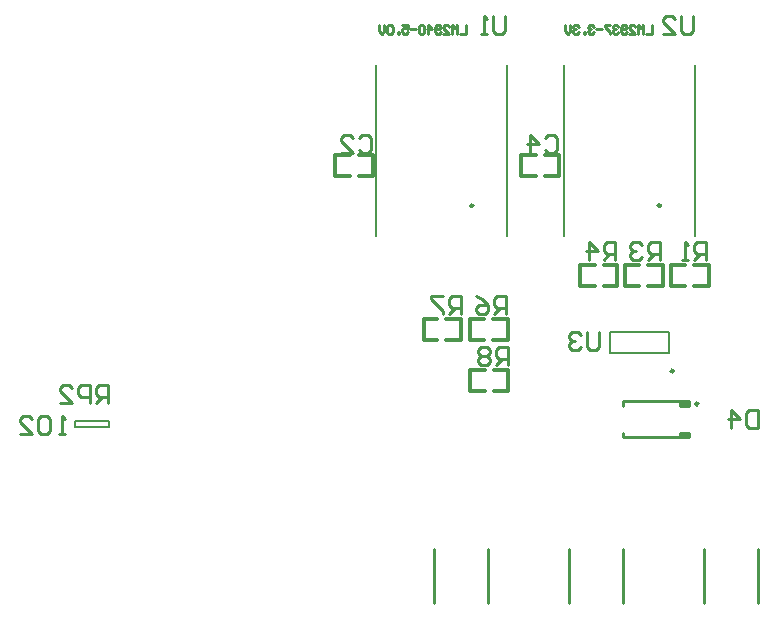
<source format=gbo>
G04*
G04 #@! TF.GenerationSoftware,Altium Limited,Altium Designer,18.1.4 (159)*
G04*
G04 Layer_Color=32896*
%FSLAX24Y24*%
%MOIN*%
G70*
G01*
G75*
%ADD10C,0.0079*%
%ADD11C,0.0100*%
%ADD14C,0.0120*%
%ADD53C,0.0098*%
D10*
X13880Y7150D02*
X15030D01*
X13880D02*
Y7350D01*
X15030D01*
Y7150D02*
Y7350D01*
X23924Y13513D02*
Y19202D01*
X28294Y13513D02*
Y19202D01*
X30174Y13513D02*
Y19202D01*
X34544Y13513D02*
Y19202D01*
X31716Y9596D02*
X33684D01*
X31716Y10304D02*
X33684D01*
Y9596D02*
Y10304D01*
X31716Y9596D02*
Y10304D01*
D11*
X34658Y7912D02*
G03*
X34658Y7912I-50J0D01*
G01*
X32150Y1279D02*
Y3079D01*
X30350Y1279D02*
X30350Y3079D01*
X36650Y1279D02*
Y3079D01*
X34850Y1279D02*
X34850Y3079D01*
X27650Y1279D02*
Y3079D01*
X25850Y1279D02*
X25850Y3079D01*
X34037Y6947D02*
X34352D01*
X34037Y6809D02*
Y6947D01*
X34116Y6809D02*
Y6947D01*
X34195Y6809D02*
Y6947D01*
X34274Y6809D02*
Y6947D01*
X34037Y7853D02*
X34352D01*
X34037D02*
Y7991D01*
X34116Y7853D02*
Y7991D01*
X34195Y7853D02*
Y7991D01*
X34274Y7853D02*
Y7991D01*
X32148Y6809D02*
Y6947D01*
Y6809D02*
X34352D01*
Y6947D01*
X32148Y7853D02*
Y7991D01*
X34352D01*
Y7853D02*
Y7991D01*
X31350Y10300D02*
Y9800D01*
X31250Y9700D01*
X31050D01*
X30950Y9800D01*
Y10300D01*
X30750Y10200D02*
X30650Y10300D01*
X30450D01*
X30350Y10200D01*
Y10100D01*
X30450Y10000D01*
X30550D01*
X30450D01*
X30350Y9900D01*
Y9800D01*
X30450Y9700D01*
X30650D01*
X30750Y9800D01*
X34480Y20850D02*
Y20350D01*
X34380Y20250D01*
X34180D01*
X34080Y20350D01*
Y20850D01*
X33480Y20250D02*
X33880D01*
X33480Y20650D01*
Y20750D01*
X33580Y20850D01*
X33780D01*
X33880Y20750D01*
X33100Y20526D02*
Y20250D01*
X32916D01*
X32824D02*
Y20526D01*
X32733Y20434D01*
X32641Y20526D01*
Y20250D01*
X32365D02*
X32549D01*
X32365Y20434D01*
Y20480D01*
X32411Y20526D01*
X32503D01*
X32549Y20480D01*
X32273Y20296D02*
X32228Y20250D01*
X32136D01*
X32090Y20296D01*
Y20480D01*
X32136Y20526D01*
X32228D01*
X32273Y20480D01*
Y20434D01*
X32228Y20388D01*
X32090D01*
X31998Y20480D02*
X31952Y20526D01*
X31860D01*
X31814Y20480D01*
Y20434D01*
X31860Y20388D01*
X31906D01*
X31860D01*
X31814Y20342D01*
Y20296D01*
X31860Y20250D01*
X31952D01*
X31998Y20296D01*
X31722Y20526D02*
X31539D01*
Y20480D01*
X31722Y20296D01*
Y20250D01*
X31447Y20388D02*
X31263D01*
X31171Y20480D02*
X31126Y20526D01*
X31034D01*
X30988Y20480D01*
Y20434D01*
X31034Y20388D01*
X31080D01*
X31034D01*
X30988Y20342D01*
Y20296D01*
X31034Y20250D01*
X31126D01*
X31171Y20296D01*
X30896Y20250D02*
Y20296D01*
X30850D01*
Y20250D01*
X30896D01*
X30666Y20480D02*
X30620Y20526D01*
X30529D01*
X30483Y20480D01*
Y20434D01*
X30529Y20388D01*
X30575D01*
X30529D01*
X30483Y20342D01*
Y20296D01*
X30529Y20250D01*
X30620D01*
X30666Y20296D01*
X30391Y20526D02*
Y20342D01*
X30299Y20250D01*
X30207Y20342D01*
Y20526D01*
X28230Y20850D02*
Y20350D01*
X28130Y20250D01*
X27930D01*
X27830Y20350D01*
Y20850D01*
X27630Y20250D02*
X27430D01*
X27530D01*
Y20850D01*
X27630Y20750D01*
X26900Y20526D02*
Y20250D01*
X26716D01*
X26625D02*
Y20526D01*
X26533Y20434D01*
X26441Y20526D01*
Y20250D01*
X26165D02*
X26349D01*
X26165Y20434D01*
Y20480D01*
X26211Y20526D01*
X26303D01*
X26349Y20480D01*
X26073Y20296D02*
X26028Y20250D01*
X25936D01*
X25890Y20296D01*
Y20480D01*
X25936Y20526D01*
X26028D01*
X26073Y20480D01*
Y20434D01*
X26028Y20388D01*
X25890D01*
X25660Y20250D02*
Y20526D01*
X25798Y20388D01*
X25614D01*
X25522Y20480D02*
X25477Y20526D01*
X25385D01*
X25339Y20480D01*
Y20296D01*
X25385Y20250D01*
X25477D01*
X25522Y20296D01*
Y20480D01*
X25247Y20388D02*
X25063D01*
X24788Y20526D02*
X24971D01*
Y20388D01*
X24880Y20434D01*
X24834D01*
X24788Y20388D01*
Y20296D01*
X24834Y20250D01*
X24926D01*
X24971Y20296D01*
X24696Y20250D02*
Y20296D01*
X24650D01*
Y20250D01*
X24696D01*
X24466Y20480D02*
X24420Y20526D01*
X24329D01*
X24283Y20480D01*
Y20296D01*
X24329Y20250D01*
X24420D01*
X24466Y20296D01*
Y20480D01*
X24191Y20526D02*
Y20342D01*
X24099Y20250D01*
X24007Y20342D01*
Y20526D01*
X14980Y7950D02*
Y8550D01*
X14680D01*
X14580Y8450D01*
Y8250D01*
X14680Y8150D01*
X14980D01*
X14780D02*
X14580Y7950D01*
X14381D02*
Y8550D01*
X14081D01*
X13981Y8450D01*
Y8250D01*
X14081Y8150D01*
X14381D01*
X13381Y7950D02*
X13781D01*
X13381Y8350D01*
Y8450D01*
X13481Y8550D01*
X13681D01*
X13781Y8450D01*
X13550Y6900D02*
X13350D01*
X13450D01*
Y7500D01*
X13550Y7400D01*
X13050D02*
X12950Y7500D01*
X12750D01*
X12650Y7400D01*
Y7000D01*
X12750Y6900D01*
X12950D01*
X13050Y7000D01*
Y7400D01*
X12050Y6900D02*
X12450D01*
X12050Y7300D01*
Y7400D01*
X12150Y7500D01*
X12350D01*
X12450Y7400D01*
X28300Y9200D02*
Y9800D01*
X28000D01*
X27900Y9700D01*
Y9500D01*
X28000Y9400D01*
X28300D01*
X28100D02*
X27900Y9200D01*
X27700Y9700D02*
X27600Y9800D01*
X27400D01*
X27300Y9700D01*
Y9600D01*
X27400Y9500D01*
X27300Y9400D01*
Y9300D01*
X27400Y9200D01*
X27600D01*
X27700Y9300D01*
Y9400D01*
X27600Y9500D01*
X27700Y9600D01*
Y9700D01*
X27600Y9500D02*
X27400D01*
X26750Y10900D02*
Y11500D01*
X26450D01*
X26350Y11400D01*
Y11200D01*
X26450Y11100D01*
X26750D01*
X26550D02*
X26350Y10900D01*
X26150Y11500D02*
X25750D01*
Y11400D01*
X26150Y11000D01*
Y10900D01*
X28250D02*
Y11500D01*
X27950D01*
X27850Y11400D01*
Y11200D01*
X27950Y11100D01*
X28250D01*
X28050D02*
X27850Y10900D01*
X27250Y11500D02*
X27450Y11400D01*
X27650Y11200D01*
Y11000D01*
X27550Y10900D01*
X27350D01*
X27250Y11000D01*
Y11100D01*
X27350Y11200D01*
X27650D01*
X31898Y12690D02*
Y13289D01*
X31599D01*
X31499Y13190D01*
Y12990D01*
X31599Y12890D01*
X31898D01*
X31698D02*
X31499Y12690D01*
X30999D02*
Y13289D01*
X31299Y12990D01*
X30899D01*
X33384Y12690D02*
Y13289D01*
X33084D01*
X32984Y13190D01*
Y12990D01*
X33084Y12890D01*
X33384D01*
X33184D02*
X32984Y12690D01*
X32784Y13190D02*
X32684Y13289D01*
X32484D01*
X32384Y13190D01*
Y13090D01*
X32484Y12990D01*
X32584D01*
X32484D01*
X32384Y12890D01*
Y12790D01*
X32484Y12690D01*
X32684D01*
X32784Y12790D01*
X34900Y12690D02*
Y13289D01*
X34600D01*
X34500Y13190D01*
Y12990D01*
X34600Y12890D01*
X34900D01*
X34700D02*
X34500Y12690D01*
X34300D02*
X34100D01*
X34200D01*
Y13289D01*
X34300Y13190D01*
X36650Y7700D02*
Y7100D01*
X36350D01*
X36250Y7200D01*
Y7600D01*
X36350Y7700D01*
X36650D01*
X35750Y7100D02*
Y7700D01*
X36050Y7400D01*
X35650D01*
X29548Y16768D02*
X29648Y16868D01*
X29848D01*
X29948Y16768D01*
Y16368D01*
X29848Y16268D01*
X29648D01*
X29548Y16368D01*
X29048Y16268D02*
Y16868D01*
X29348Y16568D01*
X28948D01*
X23348Y16770D02*
X23448Y16870D01*
X23648D01*
X23748Y16770D01*
Y16370D01*
X23648Y16270D01*
X23448D01*
X23348Y16370D01*
X22748Y16270D02*
X23148D01*
X22748Y16670D01*
Y16770D01*
X22848Y16870D01*
X23048D01*
X23148Y16770D01*
D14*
X22550Y15500D02*
Y16200D01*
X23800Y15500D02*
Y16200D01*
X22550D02*
X23050D01*
X22550Y15500D02*
X23050D01*
X23350D02*
X23800D01*
X23350Y16200D02*
X23800D01*
X28750Y15500D02*
Y16200D01*
X30000Y15500D02*
Y16200D01*
X28750D02*
X29250D01*
X28750Y15500D02*
X29250D01*
X29550D02*
X30000D01*
X29550Y16200D02*
X30000D01*
X35000Y11850D02*
Y12550D01*
X33750Y11850D02*
Y12550D01*
X34500Y11850D02*
X35000D01*
X34500Y12550D02*
X35000D01*
X33750D02*
X34200D01*
X33750Y11850D02*
X34200D01*
X33475D02*
Y12550D01*
X32225Y11850D02*
Y12550D01*
X32975Y11850D02*
X33475D01*
X32975Y12550D02*
X33475D01*
X32225D02*
X32675D01*
X32225Y11850D02*
X32675D01*
X30700D02*
Y12550D01*
X31950Y11850D02*
Y12550D01*
X30700D02*
X31200D01*
X30700Y11850D02*
X31200D01*
X31500D02*
X31950D01*
X31500Y12550D02*
X31950D01*
X28300Y10050D02*
Y10750D01*
X27050Y10050D02*
Y10750D01*
X27800Y10050D02*
X28300D01*
X27800Y10750D02*
X28300D01*
X27050D02*
X27500D01*
X27050Y10050D02*
X27500D01*
X26750D02*
Y10750D01*
X25500Y10050D02*
Y10750D01*
X26250Y10050D02*
X26750D01*
X26250Y10750D02*
X26750D01*
X25500D02*
X25950D01*
X25500Y10050D02*
X25950D01*
X27050Y8350D02*
Y9050D01*
X28300Y8350D02*
Y9050D01*
X27050D02*
X27550D01*
X27050Y8350D02*
X27550D01*
X27850D02*
X28300D01*
X27850Y9050D02*
X28300D01*
D53*
X27158Y14517D02*
G03*
X27158Y14517I-49J0D01*
G01*
X33408D02*
G03*
X33408Y14517I-49J0D01*
G01*
X33834Y9005D02*
G03*
X33834Y9005I-49J0D01*
G01*
M02*

</source>
